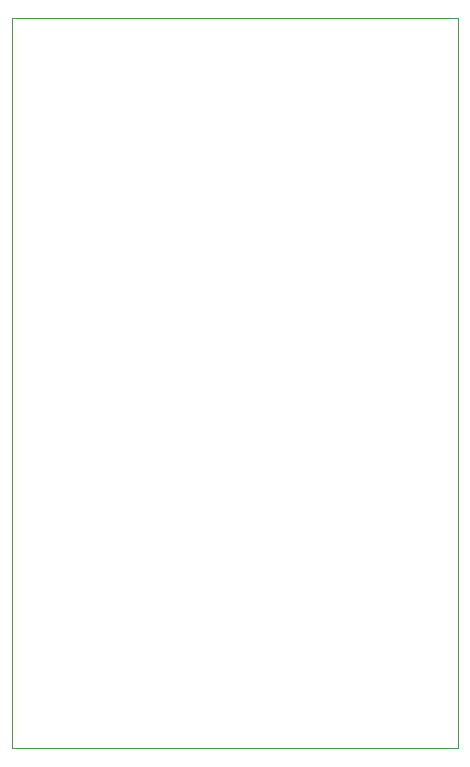
<source format=gm1>
%FSLAX24Y24*%
%MOIN*%
G70*
G01*
G75*
G04 Layer_Color=16711935*
%ADD10R,0.0400X0.0500*%
%ADD11R,0.0200X0.0500*%
%ADD12C,0.0236*%
%ADD13C,0.0315*%
%ADD14R,0.1200X0.1200*%
%ADD15C,0.1200*%
%ADD16O,0.0787X0.0591*%
%ADD17O,0.1500X0.0700*%
%ADD18R,0.1500X0.0700*%
%ADD19C,0.0700*%
%ADD20C,0.2362*%
%ADD21C,0.0620*%
%ADD22C,0.0500*%
%ADD23R,0.0500X0.0400*%
%ADD24C,0.0787*%
%ADD25C,0.1181*%
%ADD26C,0.0984*%
%ADD27C,0.0591*%
%ADD28C,0.0100*%
%ADD29C,0.0039*%
%ADD30C,0.0120*%
%ADD31C,0.0020*%
%ADD32R,0.0480X0.0580*%
%ADD33R,0.0280X0.0580*%
%ADD34R,0.1280X0.1280*%
%ADD35C,0.1280*%
%ADD36O,0.0867X0.0671*%
%ADD37O,0.1580X0.0780*%
%ADD38R,0.1580X0.0780*%
%ADD39C,0.0780*%
%ADD40C,0.2442*%
%ADD41C,0.0580*%
%ADD42R,0.0580X0.0480*%
%ADD43C,0.0020*%
G54D29*
X-17410Y-8000D02*
Y-7950D01*
X-17430Y-8020D02*
X-17410Y-8000D01*
X-17680Y-8020D02*
X-17430D01*
X-32290D02*
X-17680D01*
X-32290D02*
Y-7650D01*
X-17410Y-7950D02*
Y-7640D01*
Y14810D02*
Y16300D01*
X-32290Y-7650D02*
Y10540D01*
X-17410Y-7640D02*
Y5035D01*
Y9580D02*
Y14810D01*
X-32290Y10540D02*
Y15880D01*
X-32270Y16310D02*
X-18390D01*
X-32290Y16290D02*
X-32270Y16310D01*
X-32290Y15880D02*
Y16290D01*
X-17410Y5035D02*
Y9580D01*
X-17420Y16310D02*
X-17410Y16300D01*
X-18390Y16310D02*
X-17420D01*
M02*

</source>
